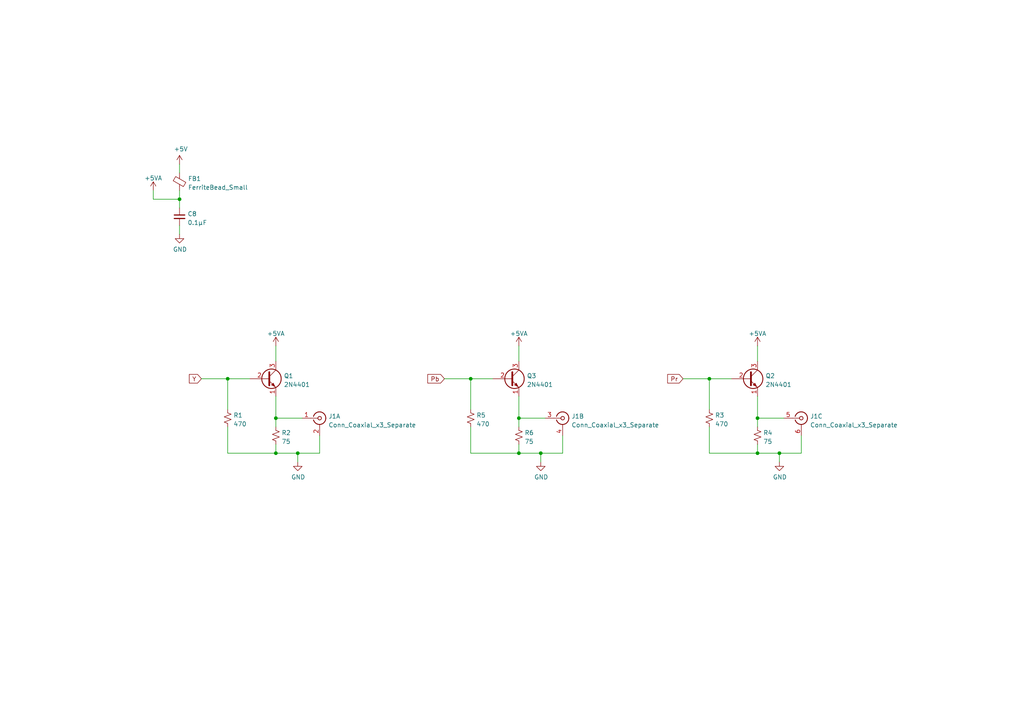
<source format=kicad_sch>
(kicad_sch (version 20211123) (generator eeschema)
  (paper "A4")
  (lib_symbols
    (symbol "Connector:Conn_Coaxial_x3_Separate" (pin_names (offset 0) hide)
      (property "Reference" "J" (at 0 6.35 0))
      (property "Value" "Conn_Coaxial_x3_Separate" (at 0 3.81 0))
      (symbol "Conn_Coaxial_x3_Separate_0_1"
        (arc (start -1.778 -0.508) (mid 0.2311 -1.8066) (end 1.778 0) (stroke (width 0.254)))
        (polyline (pts (xy -2.54 0) (xy -0.508 0)))
        (polyline (pts (xy 0 -2.54) (xy 0 -1.778)))
        (circle (center 0 0) (radius 0.508) (stroke (width 0.2032)))
        (arc (start 1.778 0) (mid 0.2099 1.8101) (end -1.778 0.508) (stroke (width 0.254)))
      )
      (symbol "Conn_Coaxial_x3_Separate_1_1"
        (pin passive line (at -5.08 0 0) (length 2.54) (name "In") (number "1"))
        (pin passive line (at 0 -5.08 90) (length 2.54) (name "Ext") (number "2"))
      )
      (symbol "Conn_Coaxial_x3_Separate_2_1"
        (pin passive line (at -5.08 0 0) (length 2.54) (name "In") (number "3"))
        (pin passive line (at 0 -5.08 90) (length 2.54) (name "Ext") (number "4"))
      )
      (symbol "Conn_Coaxial_x3_Separate_3_1"
        (pin passive line (at -5.08 0 0) (length 2.54) (name "In") (number "5"))
        (pin passive line (at 0 -5.08 90) (length 2.54) (name "Ext") (number "6"))
      )
    )
    (symbol "Device:C_Small" (pin_numbers hide) (pin_names (offset 0.254) hide)
      (property "Reference" "C" (at 0.254 1.778 0))
      (property "Value" "C_Small" (at 0.254 -2.032 0))
      (symbol "C_Small_0_1"
        (polyline (pts (xy -1.524 -0.508) (xy 1.524 -0.508)) (stroke (width 0.3302)))
        (polyline (pts (xy -1.524 0.508) (xy 1.524 0.508)) (stroke (width 0.3048)))
      )
      (symbol "C_Small_1_1"
        (pin passive line (at 0 2.54 270) (length 2.032) (name "~") (number "1"))
        (pin passive line (at 0 -2.54 90) (length 2.032) (name "~") (number "2"))
      )
    )
    (symbol "Device:FerriteBead_Small" (pin_numbers hide) (pin_names (offset 0))
      (property "Reference" "FB" (at 1.905 1.27 0))
      (property "Value" "FerriteBead_Small" (at 1.905 -1.27 0))
      (symbol "FerriteBead_Small_0_1"
        (polyline (pts (xy 0 -1.27) (xy 0 -0.7874)))
        (polyline (pts (xy 0 0.889) (xy 0 1.2954)))
        (polyline (pts (xy -1.8288 0.2794) (xy -1.1176 1.4986) (xy 1.8288 -0.2032) (xy 1.1176 -1.4224) (xy -1.8288 0.2794)))
      )
      (symbol "FerriteBead_Small_1_1"
        (pin passive line (at 0 2.54 270) (length 1.27) (name "~") (number "1"))
        (pin passive line (at 0 -2.54 90) (length 1.27) (name "~") (number "2"))
      )
    )
    (symbol "Device:Q_NPN_EBC" (pin_names (offset 0) hide)
      (property "Reference" "Q" (at 5.08 1.27 0))
      (property "Value" "Q_NPN_EBC" (at 5.08 -1.27 0))
      (symbol "Q_NPN_EBC_0_1"
        (polyline (pts (xy 0.635 0.635) (xy 2.54 2.54)))
        (polyline (pts (xy 0.635 -0.635) (xy 2.54 -2.54) (xy 2.54 -2.54)))
        (polyline (pts (xy 0.635 1.905) (xy 0.635 -1.905) (xy 0.635 -1.905)) (stroke (width 0.508)))
        (polyline (pts (xy 1.27 -1.778) (xy 1.778 -1.27) (xy 2.286 -2.286) (xy 1.27 -1.778) (xy 1.27 -1.778)) (fill (type outline)))
        (circle (center 1.27 0) (radius 2.8194) (stroke (width 0.254)))
      )
      (symbol "Q_NPN_EBC_1_1"
        (pin passive line (at 2.54 -5.08 90) (length 2.54) (name "E") (number "1"))
        (pin passive line (at -5.08 0 0) (length 5.715) (name "B") (number "2"))
        (pin passive line (at 2.54 5.08 270) (length 2.54) (name "C") (number "3"))
      )
    )
    (symbol "Device:R_Small_US" (pin_numbers hide) (pin_names (offset 0.254) hide)
      (property "Reference" "R" (at 0.762 0.508 0))
      (property "Value" "R_Small_US" (at 0.762 -1.016 0))
      (symbol "R_Small_US_1_1"
        (polyline (pts (xy 0 0) (xy 1.016 -0.381) (xy 0 -0.762) (xy -1.016 -1.143) (xy 0 -1.524)))
        (polyline (pts (xy 0 1.524) (xy 1.016 1.143) (xy 0 0.762) (xy -1.016 0.381) (xy 0 0)))
        (pin passive line (at 0 2.54 270) (length 1.016) (name "~") (number "1"))
        (pin passive line (at 0 -2.54 90) (length 1.016) (name "~") (number "2"))
      )
    )
    (symbol "power:+5V" (power) (pin_names (offset 0))
      (property "Value" "+5V" (at 0 3.556 0))
      (symbol "+5V_0_1"
        (polyline (pts (xy -0.762 1.27) (xy 0 2.54)))
        (polyline (pts (xy 0 0) (xy 0 2.54)))
        (polyline (pts (xy 0 2.54) (xy 0.762 1.27)))
      )
      (symbol "+5V_1_1"
        (pin power_in line (at 0 0 90) (length 0) hide (name "+5V") (number "1"))
      )
    )
    (symbol "power:+5VA" (power) (pin_names (offset 0))
      (property "Value" "+5VA" (at 0 3.556 0))
      (symbol "+5VA_0_1"
        (polyline (pts (xy -0.762 1.27) (xy 0 2.54)))
        (polyline (pts (xy 0 0) (xy 0 2.54)))
        (polyline (pts (xy 0 2.54) (xy 0.762 1.27)))
      )
      (symbol "+5VA_1_1"
        (pin power_in line (at 0 0 90) (length 0) hide (name "+5VA") (number "1"))
      )
    )
    (symbol "power:GND" (power) (pin_names (offset 0))
      (property "Value" "GND" (at 0 -3.81 0))
      (symbol "GND_0_1"
        (polyline (pts (xy 0 0) (xy 0 -1.27) (xy 1.27 -1.27) (xy 0 -2.54) (xy -1.27 -1.27) (xy 0 -1.27)))
      )
      (symbol "GND_1_1"
        (pin power_in line (at 0 0 270) (length 0) hide (name "GND") (number "1"))
      )
    )
  )
  (junction (at 150.495 131.445))
  (junction (at 205.74 109.855))
  (junction (at 226.06 131.445))
  (junction (at 219.71 121.285))
  (junction (at 80.01 131.445))
  (junction (at 52.07 57.785))
  (junction (at 150.495 121.285))
  (junction (at 219.71 131.445))
  (junction (at 86.36 131.445))
  (junction (at 156.845 131.445))
  (junction (at 136.525 109.855))
  (junction (at 66.04 109.855))
  (junction (at 80.01 121.285))
  (wire (pts (xy 52.07 47.625) (xy 52.07 50.165)))
  (wire (pts (xy 232.41 131.445) (xy 226.06 131.445)))
  (wire (pts (xy 205.74 109.855) (xy 212.09 109.855)))
  (wire (pts (xy 150.495 121.285) (xy 158.115 121.285)))
  (wire (pts (xy 219.71 100.33) (xy 219.71 104.775)))
  (wire (pts (xy 66.04 131.445) (xy 80.01 131.445)))
  (wire (pts (xy 219.71 121.285) (xy 227.33 121.285)))
  (wire (pts (xy 80.01 128.905) (xy 80.01 131.445)))
  (wire (pts (xy 150.495 114.935) (xy 150.495 121.285)))
  (wire (pts (xy 226.06 131.445) (xy 226.06 133.985)))
  (wire (pts (xy 136.525 131.445) (xy 150.495 131.445)))
  (wire (pts (xy 44.45 57.785) (xy 52.07 57.785)))
  (wire (pts (xy 219.71 114.935) (xy 219.71 121.285)))
  (wire (pts (xy 66.04 109.855) (xy 72.39 109.855)))
  (wire (pts (xy 205.74 123.825) (xy 205.74 131.445)))
  (wire (pts (xy 226.06 131.445) (xy 219.71 131.445)))
  (wire (pts (xy 136.525 109.855) (xy 142.875 109.855)))
  (wire (pts (xy 136.525 109.855) (xy 136.525 118.745)))
  (wire (pts (xy 156.845 131.445) (xy 156.845 133.985)))
  (wire (pts (xy 163.195 126.365) (xy 163.195 131.445)))
  (wire (pts (xy 86.36 131.445) (xy 80.01 131.445)))
  (wire (pts (xy 80.01 123.825) (xy 80.01 121.285)))
  (wire (pts (xy 136.525 123.825) (xy 136.525 131.445)))
  (wire (pts (xy 205.74 131.445) (xy 219.71 131.445)))
  (wire (pts (xy 156.845 131.445) (xy 150.495 131.445)))
  (wire (pts (xy 163.195 131.445) (xy 156.845 131.445)))
  (wire (pts (xy 198.12 109.855) (xy 205.74 109.855)))
  (wire (pts (xy 80.01 114.935) (xy 80.01 121.285)))
  (wire (pts (xy 58.42 109.855) (xy 66.04 109.855)))
  (wire (pts (xy 52.07 57.785) (xy 52.07 55.245)))
  (wire (pts (xy 66.04 109.855) (xy 66.04 118.745)))
  (wire (pts (xy 92.71 131.445) (xy 86.36 131.445)))
  (wire (pts (xy 150.495 128.905) (xy 150.495 131.445)))
  (wire (pts (xy 86.36 131.445) (xy 86.36 133.985)))
  (wire (pts (xy 128.905 109.855) (xy 136.525 109.855)))
  (wire (pts (xy 92.71 126.365) (xy 92.71 131.445)))
  (wire (pts (xy 150.495 100.33) (xy 150.495 104.775)))
  (wire (pts (xy 80.01 100.33) (xy 80.01 104.775)))
  (wire (pts (xy 66.04 123.825) (xy 66.04 131.445)))
  (wire (pts (xy 232.41 126.365) (xy 232.41 131.445)))
  (wire (pts (xy 52.07 60.325) (xy 52.07 57.785)))
  (wire (pts (xy 205.74 109.855) (xy 205.74 118.745)))
  (wire (pts (xy 44.45 55.245) (xy 44.45 57.785)))
  (wire (pts (xy 219.71 123.825) (xy 219.71 121.285)))
  (wire (pts (xy 219.71 128.905) (xy 219.71 131.445)))
  (wire (pts (xy 80.01 121.285) (xy 87.63 121.285)))
  (wire (pts (xy 150.495 123.825) (xy 150.495 121.285)))
  (wire (pts (xy 52.07 65.405) (xy 52.07 67.945)))
  (global_label "Pb" (shape input) (at 128.905 109.855 180) (property "Intersheet References" "${INTERSHEET_REFS}" (effects hide)))
  (global_label "Pr" (shape input) (at 198.12 109.855 180) (property "Intersheet References" "${INTERSHEET_REFS}" (effects hide)))
  (global_label "Y" (shape input) (at 58.42 109.855 180) (property "Intersheet References" "${INTERSHEET_REFS}" (effects hide)))
  (symbol (lib_id "power:GND") (at 86.36 133.985 0) (unit 1)
    (property "Reference" "#PWR024" (effects hide))
    (property "Value" "GND" (at 86.487 138.3792 0))
  )
  (symbol (lib_id "Connector:Conn_Coaxial_x3_Separate") (at 163.195 121.285 0) (unit 2)
    (property "Reference" "J1" (at 165.735 120.7435 0) (effects (justify left)))
    (property "Value" "Conn_Coaxial_x3_Separate" (at 165.735 123.2804 0) (effects (justify left)))
    (property "Footprint" "Connector_PinHeader_2.54mm:PinHeader_1x06_P2.54mm_Horizontal" (effects hide))
  )
  (symbol (lib_id "Device:Q_NPN_EBC") (at 147.955 109.855 0) (unit 1)
    (property "Reference" "Q3" (at 152.8064 109.0203 0) (effects (justify left)))
    (property "Value" "2N4401" (at 152.8064 111.5572 0) (effects (justify left)))
    (property "Footprint" "Package_TO_SOT_THT:TO-92_Inline" (effects hide))
  )
  (symbol (lib_id "power:+5VA") (at 44.45 55.245 0) (unit 1)
    (property "Reference" "#PWR020" (effects hide))
    (property "Value" "+5VA" (at 44.45 51.6692 0))
  )
  (symbol (lib_id "Device:R_Small_US") (at 205.74 121.285 0) (unit 1)
    (property "Reference" "R3" (at 207.391 120.4503 0) (effects (justify left)))
    (property "Value" "470" (at 207.391 122.9872 0) (effects (justify left)))
    (property "Footprint" "Resistor_THT:R_Axial_DIN0207_L6.3mm_D2.5mm_P10.16mm_Horizontal" (effects hide))
  )
  (symbol (lib_id "power:+5VA") (at 150.495 100.33 0) (unit 1)
    (property "Reference" "#PWR027" (effects hide))
    (property "Value" "+5VA" (at 150.495 96.7542 0))
  )
  (symbol (lib_id "Device:R_Small_US") (at 219.71 126.365 0) (unit 1)
    (property "Reference" "R4" (at 221.361 125.5303 0) (effects (justify left)))
    (property "Value" "75" (at 221.361 128.0672 0) (effects (justify left)))
    (property "Footprint" "Resistor_THT:R_Axial_DIN0207_L6.3mm_D2.5mm_P10.16mm_Horizontal" (effects hide))
  )
  (symbol (lib_id "Device:Q_NPN_EBC") (at 77.47 109.855 0) (unit 1)
    (property "Reference" "Q1" (at 82.3214 109.0203 0) (effects (justify left)))
    (property "Value" "2N4401" (at 82.3214 111.5572 0) (effects (justify left)))
    (property "Footprint" "Package_TO_SOT_THT:TO-92_Inline" (effects hide))
  )
  (symbol (lib_id "power:GND") (at 226.06 133.985 0) (unit 1)
    (property "Reference" "#PWR026" (effects hide))
    (property "Value" "GND" (at 226.187 138.3792 0))
  )
  (symbol (lib_id "power:+5V") (at 52.07 47.625 0) (unit 1)
    (property "Reference" "#PWR021" (effects hide))
    (property "Value" "+5V" (at 52.451 43.2308 0))
  )
  (symbol (lib_id "Device:R_Small_US") (at 150.495 126.365 0) (unit 1)
    (property "Reference" "R6" (at 152.146 125.5303 0) (effects (justify left)))
    (property "Value" "75" (at 152.146 128.0672 0) (effects (justify left)))
    (property "Footprint" "Resistor_THT:R_Axial_DIN0207_L6.3mm_D2.5mm_P10.16mm_Horizontal" (effects hide))
  )
  (symbol (lib_id "Device:R_Small_US") (at 66.04 121.285 0) (unit 1)
    (property "Reference" "R1" (at 67.691 120.4503 0) (effects (justify left)))
    (property "Value" "470" (at 67.691 122.9872 0) (effects (justify left)))
    (property "Footprint" "Resistor_THT:R_Axial_DIN0207_L6.3mm_D2.5mm_P10.16mm_Horizontal" (effects hide))
  )
  (symbol (lib_id "Device:C_Small") (at 52.07 62.865 0) (unit 1)
    (property "Reference" "C8" (at 54.3941 62.0366 0) (effects (justify left)))
    (property "Value" "0.1µF" (at 54.3941 64.5735 0) (effects (justify left)))
    (property "Footprint" "Capacitor_THT:C_Disc_D5.0mm_W2.5mm_P2.50mm" (effects hide))
  )
  (symbol (lib_id "Device:R_Small_US") (at 136.525 121.285 0) (unit 1)
    (property "Reference" "R5" (at 138.176 120.4503 0) (effects (justify left)))
    (property "Value" "470" (at 138.176 122.9872 0) (effects (justify left)))
    (property "Footprint" "Resistor_THT:R_Axial_DIN0207_L6.3mm_D2.5mm_P10.16mm_Horizontal" (effects hide))
  )
  (symbol (lib_id "Device:Q_NPN_EBC") (at 217.17 109.855 0) (unit 1)
    (property "Reference" "Q2" (at 222.0214 109.0203 0) (effects (justify left)))
    (property "Value" "2N4401" (at 222.0214 111.5572 0) (effects (justify left)))
    (property "Footprint" "Package_TO_SOT_THT:TO-92_Inline" (effects hide))
  )
  (symbol (lib_id "power:+5VA") (at 80.01 100.33 0) (unit 1)
    (property "Reference" "#PWR023" (effects hide))
    (property "Value" "+5VA" (at 80.01 96.7542 0))
  )
  (symbol (lib_id "Connector:Conn_Coaxial_x3_Separate") (at 232.41 121.285 0) (unit 3)
    (property "Reference" "J1" (at 234.95 120.7435 0) (effects (justify left)))
    (property "Value" "Conn_Coaxial_x3_Separate" (at 234.95 123.2804 0) (effects (justify left)))
    (property "Footprint" "Connector_PinHeader_2.54mm:PinHeader_1x06_P2.54mm_Horizontal" (effects hide))
  )
  (symbol (lib_id "Device:R_Small_US") (at 80.01 126.365 0) (unit 1)
    (property "Reference" "R2" (at 81.661 125.5303 0) (effects (justify left)))
    (property "Value" "75" (at 81.661 128.0672 0) (effects (justify left)))
    (property "Footprint" "Resistor_THT:R_Axial_DIN0207_L6.3mm_D2.5mm_P10.16mm_Horizontal" (effects hide))
  )
  (symbol (lib_id "Device:FerriteBead_Small") (at 52.07 52.705 0) (unit 1)
    (property "Reference" "FB1" (at 54.5338 51.8322 0) (effects (justify left)))
    (property "Value" "FerriteBead_Small" (at 54.5338 54.3691 0) (effects (justify left)))
    (property "Footprint" "Ferrite_THT:LairdTech_28C0236-0JW-10" (effects hide))
  )
  (symbol (lib_id "power:GND") (at 156.845 133.985 0) (unit 1)
    (property "Reference" "#PWR028" (effects hide))
    (property "Value" "GND" (at 156.972 138.3792 0))
  )
  (symbol (lib_id "power:GND") (at 52.07 67.945 0) (unit 1)
    (property "Reference" "#PWR022" (effects hide))
    (property "Value" "GND" (at 52.197 72.3392 0))
  )
  (symbol (lib_id "power:+5VA") (at 219.71 100.33 0) (unit 1)
    (property "Reference" "#PWR025" (effects hide))
    (property "Value" "+5VA" (at 219.71 96.7542 0))
  )
  (symbol (lib_id "Connector:Conn_Coaxial_x3_Separate") (at 92.71 121.285 0) (unit 1)
    (property "Reference" "J1" (at 95.25 120.7435 0) (effects (justify left)))
    (property "Value" "Conn_Coaxial_x3_Separate" (at 95.25 123.2804 0) (effects (justify left)))
    (property "Footprint" "Connector_PinHeader_2.54mm:PinHeader_1x06_P2.54mm_Horizontal" (effects hide))
  )
)
</source>
